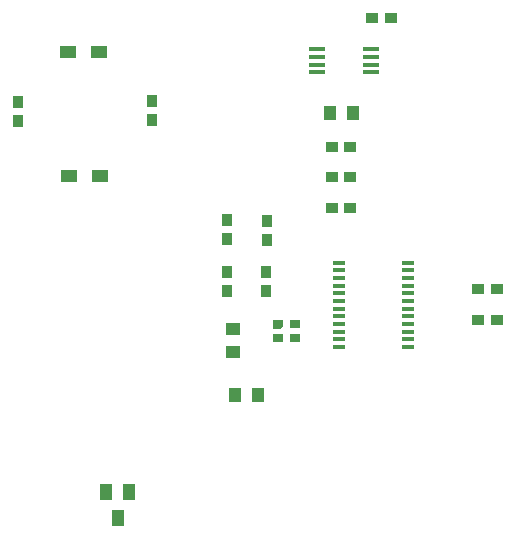
<source format=gbr>
G04 EAGLE Gerber RS-274X export*
G75*
%MOMM*%
%FSLAX34Y34*%
%LPD*%
%INSolderpaste Top*%
%IPPOS*%
%AMOC8*
5,1,8,0,0,1.08239X$1,22.5*%
G01*
%ADD10R,1.400000X1.000000*%
%ADD11R,0.850000X0.750000*%
%ADD12R,1.000000X1.400000*%
%ADD13R,0.990600X0.304800*%
%ADD14R,1.050000X0.900000*%
%ADD15R,1.000000X1.250000*%
%ADD16R,1.250000X1.000000*%
%ADD17R,0.900000X1.050000*%
%ADD18R,1.397000X0.431800*%

G36*
X395106Y300713D02*
X395106Y300713D01*
X395163Y300723D01*
X395177Y300734D01*
X395185Y300736D01*
X395194Y300746D01*
X395229Y300771D01*
X397729Y303271D01*
X397757Y303322D01*
X397790Y303370D01*
X397793Y303387D01*
X397797Y303394D01*
X397796Y303407D01*
X397803Y303450D01*
X397803Y307950D01*
X397799Y307965D01*
X397801Y307981D01*
X397780Y308032D01*
X397764Y308085D01*
X397752Y308096D01*
X397746Y308110D01*
X397700Y308142D01*
X397659Y308179D01*
X397643Y308181D01*
X397630Y308190D01*
X397550Y308203D01*
X389550Y308203D01*
X389535Y308199D01*
X389519Y308201D01*
X389468Y308180D01*
X389415Y308164D01*
X389404Y308152D01*
X389390Y308146D01*
X389358Y308100D01*
X389321Y308059D01*
X389319Y308043D01*
X389310Y308030D01*
X389297Y307950D01*
X389297Y300950D01*
X389301Y300935D01*
X389299Y300919D01*
X389320Y300868D01*
X389336Y300815D01*
X389348Y300804D01*
X389354Y300790D01*
X389400Y300758D01*
X389441Y300721D01*
X389457Y300719D01*
X389470Y300710D01*
X389550Y300697D01*
X395050Y300697D01*
X395106Y300713D01*
G37*
D10*
X216300Y534950D03*
X242300Y534950D03*
X216800Y429700D03*
X242800Y429700D03*
D11*
X408050Y292950D03*
X393550Y292950D03*
X408050Y304450D03*
D12*
X257950Y140550D03*
X248450Y162550D03*
X267450Y162550D03*
D13*
X445522Y356750D03*
X445522Y350250D03*
X445522Y343750D03*
X445522Y337250D03*
X445522Y330750D03*
X445522Y324250D03*
X445522Y317750D03*
X445522Y311250D03*
X445522Y304750D03*
X445522Y298250D03*
X445522Y291750D03*
X445522Y285250D03*
X503878Y285250D03*
X503878Y291750D03*
X503878Y298250D03*
X503878Y304750D03*
X503878Y311250D03*
X503878Y317750D03*
X503878Y324250D03*
X503878Y330750D03*
X503878Y337250D03*
X503878Y343750D03*
X503878Y350250D03*
X503878Y356750D03*
D14*
X489400Y564100D03*
X473400Y564100D03*
D15*
X437400Y483600D03*
X457400Y483600D03*
D14*
X439000Y402600D03*
X455000Y402600D03*
D16*
X355500Y300800D03*
X355500Y280800D03*
D15*
X356900Y244700D03*
X376900Y244700D03*
D17*
X350700Y392700D03*
X350700Y376700D03*
X384500Y392200D03*
X384500Y376200D03*
D14*
X439000Y428800D03*
X455000Y428800D03*
X439000Y454600D03*
X455000Y454600D03*
D17*
X383700Y348800D03*
X383700Y332800D03*
X350600Y348800D03*
X350600Y332800D03*
X173200Y492250D03*
X173200Y476250D03*
X286700Y493750D03*
X286700Y477750D03*
D14*
X562900Y308300D03*
X578900Y308300D03*
X562900Y334100D03*
X578900Y334100D03*
D18*
X472106Y517948D03*
X472106Y524298D03*
X472106Y530902D03*
X472106Y537252D03*
X426894Y537252D03*
X426894Y530902D03*
X426894Y524298D03*
X426894Y517948D03*
M02*

</source>
